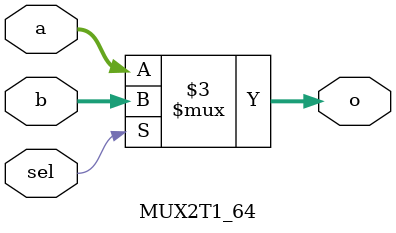
<source format=v>
`timescale 1ns / 1ps
module MUX2T1_64(input [63:0] a,
						input [63:0] b,
						input sel,
						output reg [63:0] o
    );
	
	always @ (a or b or sel)
	if (sel)
		o = b;
		else
		 o = a;


endmodule

</source>
